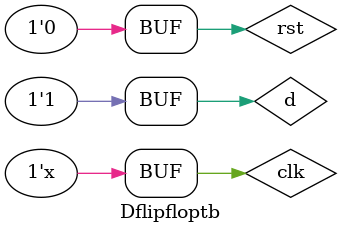
<source format=v>
`timescale 1ns / 1ps


module Dflipfloptb;

	// Inputs
	reg clk;
	reg rst;
	reg d;

	// Outputs
	wire q;

	// Instantiate the Unit Under Test (UUT)
	Dflipflop uut (
		.clk(clk), 
		.rst(rst), 
		.d(d), 
		.q(q)
	);
initial begin
	$monitor("$time=%g,d=%b,rst=%b,q=%b,clk=%b",$time,d,rst,q,clk);
	end
	initial begin
		// Initialize Inputs
		clk = 0;
		rst = 1;

		// Wait 100 ns for global reset to finish
		#100;
		rst = 0;d=0;
		#100;d=1;
        
		// Add stimulus here

	end
	always 
	#50 clk=~clk;
      
endmodule


</source>
